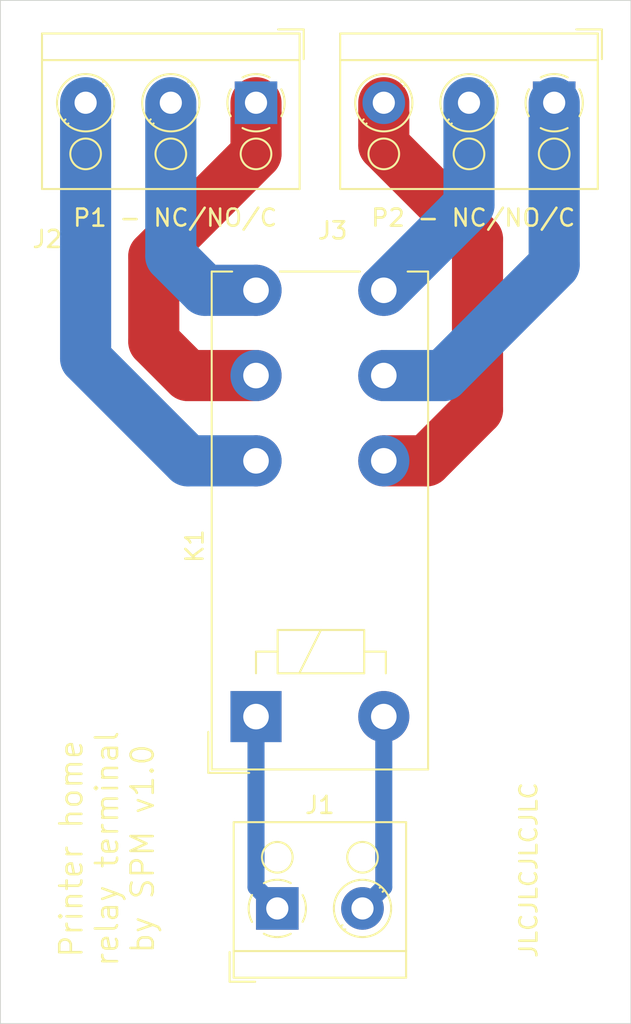
<source format=kicad_pcb>
(kicad_pcb (version 20171130) (host pcbnew 5.1.9)

  (general
    (thickness 1.6)
    (drawings 8)
    (tracks 26)
    (zones 0)
    (modules 4)
    (nets 9)
  )

  (page A4)
  (layers
    (0 F.Cu signal)
    (31 B.Cu signal)
    (32 B.Adhes user)
    (33 F.Adhes user)
    (34 B.Paste user)
    (35 F.Paste user)
    (36 B.SilkS user)
    (37 F.SilkS user)
    (38 B.Mask user)
    (39 F.Mask user)
    (40 Dwgs.User user)
    (41 Cmts.User user)
    (42 Eco1.User user)
    (43 Eco2.User user)
    (44 Edge.Cuts user)
    (45 Margin user)
    (46 B.CrtYd user)
    (47 F.CrtYd user)
    (48 B.Fab user)
    (49 F.Fab user)
  )

  (setup
    (last_trace_width 3)
    (user_trace_width 1)
    (user_trace_width 3)
    (user_trace_width 4)
    (trace_clearance 0.2)
    (zone_clearance 0.508)
    (zone_45_only no)
    (trace_min 0.2)
    (via_size 0.8)
    (via_drill 0.4)
    (via_min_size 0.4)
    (via_min_drill 0.3)
    (uvia_size 0.3)
    (uvia_drill 0.1)
    (uvias_allowed no)
    (uvia_min_size 0.2)
    (uvia_min_drill 0.1)
    (edge_width 0.05)
    (segment_width 0.2)
    (pcb_text_width 0.3)
    (pcb_text_size 1.5 1.5)
    (mod_edge_width 0.12)
    (mod_text_size 1 1)
    (mod_text_width 0.15)
    (pad_size 2.5 2.5)
    (pad_drill 1.5)
    (pad_to_mask_clearance 0)
    (aux_axis_origin 0 0)
    (visible_elements FFFFFF7F)
    (pcbplotparams
      (layerselection 0x010f0_ffffffff)
      (usegerberextensions true)
      (usegerberattributes true)
      (usegerberadvancedattributes true)
      (creategerberjobfile true)
      (excludeedgelayer true)
      (linewidth 0.100000)
      (plotframeref false)
      (viasonmask false)
      (mode 1)
      (useauxorigin false)
      (hpglpennumber 1)
      (hpglpenspeed 20)
      (hpglpendiameter 15.000000)
      (psnegative false)
      (psa4output false)
      (plotreference true)
      (plotvalue true)
      (plotinvisibletext false)
      (padsonsilk false)
      (subtractmaskfromsilk false)
      (outputformat 1)
      (mirror false)
      (drillshape 0)
      (scaleselection 1)
      (outputdirectory "gerber/"))
  )

  (net 0 "")
  (net 1 /Coil2)
  (net 2 /Coil1)
  (net 3 /P1-NC)
  (net 4 /P1-NO)
  (net 5 /P1-Common)
  (net 6 /P2-NC)
  (net 7 /P2-NO)
  (net 8 /P2-Common)

  (net_class Default "This is the default net class."
    (clearance 0.2)
    (trace_width 0.25)
    (via_dia 0.8)
    (via_drill 0.4)
    (uvia_dia 0.3)
    (uvia_drill 0.1)
    (add_net /Coil1)
    (add_net /Coil2)
    (add_net /P1-Common)
    (add_net /P1-NC)
    (add_net /P1-NO)
    (add_net /P2-Common)
    (add_net /P2-NC)
    (add_net /P2-NO)
  )

  (module Relay_THT:Relay_DPDT_Finder_40.52 (layer F.Cu) (tedit 5A5B3E92) (tstamp 60200C56)
    (at 141 74 90)
    (descr "Relay DPDT Finder 40.52, Pitch 5mm/7.5mm, https://www.finder-relais.net/de/finder-relais-serie-40.pdf")
    (tags "Relay DPDT Finder 40.52 Pitch 5mm")
    (path /60C17D7B)
    (fp_text reference K1 (at 10 -3.6 90) (layer F.SilkS)
      (effects (font (size 1 1) (thickness 0.15)))
    )
    (fp_text value FINDER-40.52 (at 12.192 11.43 90) (layer F.Fab)
      (effects (font (size 1 1) (thickness 0.15)))
    )
    (fp_text user %R (at 12.065 3.81 90) (layer F.Fab)
      (effects (font (size 1 1) (thickness 0.15)))
    )
    (fp_line (start -3.3 -0.4) (end -3.3 -2.8) (layer F.SilkS) (width 0.12))
    (fp_line (start -0.9 -2.8) (end -3.3 -2.8) (layer F.SilkS) (width 0.12))
    (fp_line (start -3.1 10.1) (end -3.1 -2.6) (layer F.SilkS) (width 0.12))
    (fp_line (start 26.1 10.1) (end -3.1 10.1) (layer F.SilkS) (width 0.12))
    (fp_line (start 26.1 8.9) (end 26.1 10.1) (layer F.SilkS) (width 0.12))
    (fp_line (start 26.1 1.4) (end 26.1 6.1) (layer F.SilkS) (width 0.12))
    (fp_line (start 26.1 -2.6) (end 26.1 -1.4) (layer F.SilkS) (width 0.12))
    (fp_line (start -3.1 -2.6) (end 26.1 -2.6) (layer F.SilkS) (width 0.12))
    (fp_line (start -2 -2.5) (end -3 -1.4) (layer F.Fab) (width 0.12))
    (fp_line (start 26 -2.5) (end -2 -2.5) (layer F.Fab) (width 0.12))
    (fp_line (start 26 10) (end 26 -2.5) (layer F.Fab) (width 0.12))
    (fp_line (start -3 10) (end 26 10) (layer F.Fab) (width 0.12))
    (fp_line (start -3 -1.4) (end -3 10) (layer F.Fab) (width 0.12))
    (fp_line (start 0 1.8) (end 0 5.8) (layer F.Fab) (width 0.12))
    (fp_line (start 2.54 2.54) (end 5.08 3.81) (layer F.SilkS) (width 0.12))
    (fp_line (start 3.81 6.35) (end 3.81 7.62) (layer F.SilkS) (width 0.12))
    (fp_line (start 3.81 7.62) (end 2.54 7.62) (layer F.SilkS) (width 0.12))
    (fp_line (start 2.54 0) (end 3.81 0) (layer F.SilkS) (width 0.12))
    (fp_line (start 3.81 0) (end 3.81 1.27) (layer F.SilkS) (width 0.12))
    (fp_line (start 3.81 1.27) (end 5.08 1.27) (layer F.SilkS) (width 0.12))
    (fp_line (start 5.08 1.27) (end 5.08 6.35) (layer F.SilkS) (width 0.12))
    (fp_line (start 5.08 6.35) (end 2.54 6.35) (layer F.SilkS) (width 0.12))
    (fp_line (start 2.54 6.35) (end 2.54 1.27) (layer F.SilkS) (width 0.12))
    (fp_line (start 2.54 1.27) (end 3.81 1.27) (layer F.SilkS) (width 0.12))
    (fp_line (start -3.25 -2.75) (end 26.75 -2.75) (layer F.CrtYd) (width 0.05))
    (fp_line (start -3.25 -2.75) (end -3.25 10.25) (layer F.CrtYd) (width 0.05))
    (fp_line (start 26.75 10.25) (end 26.75 -2.75) (layer F.CrtYd) (width 0.05))
    (fp_line (start 26.75 10.25) (end -3.25 10.25) (layer F.CrtYd) (width 0.05))
    (pad 14 thru_hole circle (at 25 0 90) (size 3 3) (drill 1.5) (layers *.Cu *.Mask)
      (net 4 /P1-NO))
    (pad 21 thru_hole circle (at 20 7.5 90) (size 3 3) (drill 1.5) (layers *.Cu *.Mask)
      (net 8 /P2-Common))
    (pad 12 thru_hole circle (at 15 0 90) (size 3 3) (drill 1.5) (layers *.Cu *.Mask)
      (net 3 /P1-NC))
    (pad 22 thru_hole circle (at 15 7.5 90) (size 3 3) (drill 1.5) (layers *.Cu *.Mask)
      (net 6 /P2-NC))
    (pad 24 thru_hole circle (at 25 7.5 90) (size 3 3) (drill 1.5) (layers *.Cu *.Mask)
      (net 7 /P2-NO))
    (pad 11 thru_hole circle (at 20 0 90) (size 3 3) (drill 1.5) (layers *.Cu *.Mask)
      (net 5 /P1-Common))
    (pad A2 thru_hole circle (at 0 7.5 90) (size 3 3) (drill 1.5) (layers *.Cu *.Mask)
      (net 1 /Coil2))
    (pad A1 thru_hole rect (at 0 0 90) (size 3 3) (drill 1.5) (layers *.Cu *.Mask)
      (net 2 /Coil1))
    (model ${KISYS3DMOD}/Relay_THT.3dshapes/Relay_DPDT_Finder_40.52.wrl
      (at (xyz 0 0 0))
      (scale (xyz 1 1 1))
      (rotate (xyz 0 0 0))
    )
  )

  (module TerminalBlock_RND:TerminalBlock_RND_205-00002_1x03_P5.00mm_Horizontal (layer F.Cu) (tedit 5B294F8C) (tstamp 60200C2D)
    (at 158.5 38 180)
    (descr "terminal block RND 205-00002, 3 pins, pitch 5mm, size 15x9mm^2, drill diamater 1.3mm, pad diameter 2.5mm, see http://cdn-reichelt.de/documents/datenblatt/C151/RND_205-00001_DB_EN.pdf, script-generated using https://github.com/pointhi/kicad-footprint-generator/scripts/TerminalBlock_RND")
    (tags "THT terminal block RND 205-00002 pitch 5mm size 15x9mm^2 drill 1.3mm pad 2.5mm")
    (path /60C1E299)
    (fp_text reference J3 (at 13 -7.5) (layer F.SilkS)
      (effects (font (size 1 1) (thickness 0.15)))
    )
    (fp_text value Screw_Terminal_01x03 (at 5 5.06) (layer F.Fab)
      (effects (font (size 1 1) (thickness 0.15)))
    )
    (fp_text user %R (at 5 -6.06) (layer F.Fab)
      (effects (font (size 1 1) (thickness 0.15)))
    )
    (fp_arc (start 0 0) (end -0.789 1.484) (angle -29) (layer F.SilkS) (width 0.12))
    (fp_arc (start 0 0) (end -1.484 -0.789) (angle -56) (layer F.SilkS) (width 0.12))
    (fp_arc (start 0 0) (end 0.789 -1.484) (angle -56) (layer F.SilkS) (width 0.12))
    (fp_arc (start 0 0) (end 1.484 0.789) (angle -56) (layer F.SilkS) (width 0.12))
    (fp_arc (start 0 0) (end 0 1.68) (angle -28) (layer F.SilkS) (width 0.12))
    (fp_circle (center 0 0) (end 1.5 0) (layer F.Fab) (width 0.1))
    (fp_circle (center 0 -3) (end 0.9 -3) (layer F.Fab) (width 0.1))
    (fp_circle (center 0 -3) (end 0.9 -3) (layer F.SilkS) (width 0.12))
    (fp_circle (center 5 0) (end 6.5 0) (layer F.Fab) (width 0.1))
    (fp_circle (center 5 0) (end 6.68 0) (layer F.SilkS) (width 0.12))
    (fp_circle (center 5 -3) (end 5.9 -3) (layer F.Fab) (width 0.1))
    (fp_circle (center 5 -3) (end 5.9 -3) (layer F.SilkS) (width 0.12))
    (fp_circle (center 10 0) (end 11.5 0) (layer F.Fab) (width 0.1))
    (fp_circle (center 10 0) (end 11.68 0) (layer F.SilkS) (width 0.12))
    (fp_circle (center 10 -3) (end 10.9 -3) (layer F.Fab) (width 0.1))
    (fp_circle (center 10 -3) (end 10.9 -3) (layer F.SilkS) (width 0.12))
    (fp_line (start -2.5 -5) (end 12.5 -5) (layer F.Fab) (width 0.1))
    (fp_line (start 12.5 -5) (end 12.5 4) (layer F.Fab) (width 0.1))
    (fp_line (start 12.5 4) (end -1 4) (layer F.Fab) (width 0.1))
    (fp_line (start -1 4) (end -2.5 2.5) (layer F.Fab) (width 0.1))
    (fp_line (start -2.5 2.5) (end -2.5 -5) (layer F.Fab) (width 0.1))
    (fp_line (start -2.5 2.5) (end 12.5 2.5) (layer F.Fab) (width 0.1))
    (fp_line (start -2.56 2.5) (end 12.56 2.5) (layer F.SilkS) (width 0.12))
    (fp_line (start -2.56 -5.06) (end 12.56 -5.06) (layer F.SilkS) (width 0.12))
    (fp_line (start -2.56 4.06) (end 12.56 4.06) (layer F.SilkS) (width 0.12))
    (fp_line (start -2.56 -5.06) (end -2.56 4.06) (layer F.SilkS) (width 0.12))
    (fp_line (start 12.56 -5.06) (end 12.56 4.06) (layer F.SilkS) (width 0.12))
    (fp_line (start 1.138 -0.955) (end -0.955 1.138) (layer F.Fab) (width 0.1))
    (fp_line (start 0.955 -1.138) (end -1.138 0.955) (layer F.Fab) (width 0.1))
    (fp_line (start 6.138 -0.955) (end 4.046 1.138) (layer F.Fab) (width 0.1))
    (fp_line (start 5.955 -1.138) (end 3.863 0.955) (layer F.Fab) (width 0.1))
    (fp_line (start 6.275 -1.069) (end 6.181 -0.976) (layer F.SilkS) (width 0.12))
    (fp_line (start 3.99 1.216) (end 3.931 1.274) (layer F.SilkS) (width 0.12))
    (fp_line (start 6.07 -1.275) (end 6.011 -1.216) (layer F.SilkS) (width 0.12))
    (fp_line (start 3.82 0.976) (end 3.726 1.069) (layer F.SilkS) (width 0.12))
    (fp_line (start 11.138 -0.955) (end 9.046 1.138) (layer F.Fab) (width 0.1))
    (fp_line (start 10.955 -1.138) (end 8.863 0.955) (layer F.Fab) (width 0.1))
    (fp_line (start 11.275 -1.069) (end 11.181 -0.976) (layer F.SilkS) (width 0.12))
    (fp_line (start 8.99 1.216) (end 8.931 1.274) (layer F.SilkS) (width 0.12))
    (fp_line (start 11.07 -1.275) (end 11.011 -1.216) (layer F.SilkS) (width 0.12))
    (fp_line (start 8.82 0.976) (end 8.726 1.069) (layer F.SilkS) (width 0.12))
    (fp_line (start -2.8 2.56) (end -2.8 4.3) (layer F.SilkS) (width 0.12))
    (fp_line (start -2.8 4.3) (end -1.3 4.3) (layer F.SilkS) (width 0.12))
    (fp_line (start -3 -5.5) (end -3 4.5) (layer F.CrtYd) (width 0.05))
    (fp_line (start -3 4.5) (end 13 4.5) (layer F.CrtYd) (width 0.05))
    (fp_line (start 13 4.5) (end 13 -5.5) (layer F.CrtYd) (width 0.05))
    (fp_line (start 13 -5.5) (end -3 -5.5) (layer F.CrtYd) (width 0.05))
    (pad 3 thru_hole circle (at 10 0 180) (size 2.5 2.5) (drill 1.3) (layers *.Cu *.Mask)
      (net 6 /P2-NC))
    (pad 2 thru_hole circle (at 5 0 180) (size 2.5 2.5) (drill 1.3) (layers *.Cu *.Mask)
      (net 7 /P2-NO))
    (pad 1 thru_hole rect (at 0 0 180) (size 2.5 2.5) (drill 1.3) (layers *.Cu *.Mask)
      (net 8 /P2-Common))
    (model ${KISYS3DMOD}/TerminalBlock_RND.3dshapes/TerminalBlock_RND_205-00002_1x03_P5.00mm_Horizontal.wrl
      (at (xyz 0 0 0))
      (scale (xyz 1 1 1))
      (rotate (xyz 0 0 0))
    )
  )

  (module TerminalBlock_RND:TerminalBlock_RND_205-00002_1x03_P5.00mm_Horizontal (layer F.Cu) (tedit 5B294F8C) (tstamp 60200BF6)
    (at 141 38 180)
    (descr "terminal block RND 205-00002, 3 pins, pitch 5mm, size 15x9mm^2, drill diamater 1.3mm, pad diameter 2.5mm, see http://cdn-reichelt.de/documents/datenblatt/C151/RND_205-00001_DB_EN.pdf, script-generated using https://github.com/pointhi/kicad-footprint-generator/scripts/TerminalBlock_RND")
    (tags "THT terminal block RND 205-00002 pitch 5mm size 15x9mm^2 drill 1.3mm pad 2.5mm")
    (path /60C1B05B)
    (fp_text reference J2 (at 12.25 -8) (layer F.SilkS)
      (effects (font (size 1 1) (thickness 0.15)))
    )
    (fp_text value Screw_Terminal_01x03 (at 5 5.06) (layer F.Fab)
      (effects (font (size 1 1) (thickness 0.15)))
    )
    (fp_text user %R (at 5 -6.06) (layer F.Fab)
      (effects (font (size 1 1) (thickness 0.15)))
    )
    (fp_arc (start 0 0) (end -0.789 1.484) (angle -29) (layer F.SilkS) (width 0.12))
    (fp_arc (start 0 0) (end -1.484 -0.789) (angle -56) (layer F.SilkS) (width 0.12))
    (fp_arc (start 0 0) (end 0.789 -1.484) (angle -56) (layer F.SilkS) (width 0.12))
    (fp_arc (start 0 0) (end 1.484 0.789) (angle -56) (layer F.SilkS) (width 0.12))
    (fp_arc (start 0 0) (end 0 1.68) (angle -28) (layer F.SilkS) (width 0.12))
    (fp_circle (center 0 0) (end 1.5 0) (layer F.Fab) (width 0.1))
    (fp_circle (center 0 -3) (end 0.9 -3) (layer F.Fab) (width 0.1))
    (fp_circle (center 0 -3) (end 0.9 -3) (layer F.SilkS) (width 0.12))
    (fp_circle (center 5 0) (end 6.5 0) (layer F.Fab) (width 0.1))
    (fp_circle (center 5 0) (end 6.68 0) (layer F.SilkS) (width 0.12))
    (fp_circle (center 5 -3) (end 5.9 -3) (layer F.Fab) (width 0.1))
    (fp_circle (center 5 -3) (end 5.9 -3) (layer F.SilkS) (width 0.12))
    (fp_circle (center 10 0) (end 11.5 0) (layer F.Fab) (width 0.1))
    (fp_circle (center 10 0) (end 11.68 0) (layer F.SilkS) (width 0.12))
    (fp_circle (center 10 -3) (end 10.9 -3) (layer F.Fab) (width 0.1))
    (fp_circle (center 10 -3) (end 10.9 -3) (layer F.SilkS) (width 0.12))
    (fp_line (start -2.5 -5) (end 12.5 -5) (layer F.Fab) (width 0.1))
    (fp_line (start 12.5 -5) (end 12.5 4) (layer F.Fab) (width 0.1))
    (fp_line (start 12.5 4) (end -1 4) (layer F.Fab) (width 0.1))
    (fp_line (start -1 4) (end -2.5 2.5) (layer F.Fab) (width 0.1))
    (fp_line (start -2.5 2.5) (end -2.5 -5) (layer F.Fab) (width 0.1))
    (fp_line (start -2.5 2.5) (end 12.5 2.5) (layer F.Fab) (width 0.1))
    (fp_line (start -2.56 2.5) (end 12.56 2.5) (layer F.SilkS) (width 0.12))
    (fp_line (start -2.56 -5.06) (end 12.56 -5.06) (layer F.SilkS) (width 0.12))
    (fp_line (start -2.56 4.06) (end 12.56 4.06) (layer F.SilkS) (width 0.12))
    (fp_line (start -2.56 -5.06) (end -2.56 4.06) (layer F.SilkS) (width 0.12))
    (fp_line (start 12.56 -5.06) (end 12.56 4.06) (layer F.SilkS) (width 0.12))
    (fp_line (start 1.138 -0.955) (end -0.955 1.138) (layer F.Fab) (width 0.1))
    (fp_line (start 0.955 -1.138) (end -1.138 0.955) (layer F.Fab) (width 0.1))
    (fp_line (start 6.138 -0.955) (end 4.046 1.138) (layer F.Fab) (width 0.1))
    (fp_line (start 5.955 -1.138) (end 3.863 0.955) (layer F.Fab) (width 0.1))
    (fp_line (start 6.275 -1.069) (end 6.181 -0.976) (layer F.SilkS) (width 0.12))
    (fp_line (start 3.99 1.216) (end 3.931 1.274) (layer F.SilkS) (width 0.12))
    (fp_line (start 6.07 -1.275) (end 6.011 -1.216) (layer F.SilkS) (width 0.12))
    (fp_line (start 3.82 0.976) (end 3.726 1.069) (layer F.SilkS) (width 0.12))
    (fp_line (start 11.138 -0.955) (end 9.046 1.138) (layer F.Fab) (width 0.1))
    (fp_line (start 10.955 -1.138) (end 8.863 0.955) (layer F.Fab) (width 0.1))
    (fp_line (start 11.275 -1.069) (end 11.181 -0.976) (layer F.SilkS) (width 0.12))
    (fp_line (start 8.99 1.216) (end 8.931 1.274) (layer F.SilkS) (width 0.12))
    (fp_line (start 11.07 -1.275) (end 11.011 -1.216) (layer F.SilkS) (width 0.12))
    (fp_line (start 8.82 0.976) (end 8.726 1.069) (layer F.SilkS) (width 0.12))
    (fp_line (start -2.8 2.56) (end -2.8 4.3) (layer F.SilkS) (width 0.12))
    (fp_line (start -2.8 4.3) (end -1.3 4.3) (layer F.SilkS) (width 0.12))
    (fp_line (start -3 -5.5) (end -3 4.5) (layer F.CrtYd) (width 0.05))
    (fp_line (start -3 4.5) (end 13 4.5) (layer F.CrtYd) (width 0.05))
    (fp_line (start 13 4.5) (end 13 -5.5) (layer F.CrtYd) (width 0.05))
    (fp_line (start 13 -5.5) (end -3 -5.5) (layer F.CrtYd) (width 0.05))
    (pad 3 thru_hole circle (at 10 0 180) (size 2.5 2.5) (drill 1.3) (layers *.Cu *.Mask)
      (net 3 /P1-NC))
    (pad 2 thru_hole circle (at 5 0 180) (size 2.5 2.5) (drill 1.3) (layers *.Cu *.Mask)
      (net 4 /P1-NO))
    (pad 1 thru_hole rect (at 0 0 180) (size 2.5 2.5) (drill 1.3) (layers *.Cu *.Mask)
      (net 5 /P1-Common))
    (model ${KISYS3DMOD}/TerminalBlock_RND.3dshapes/TerminalBlock_RND_205-00002_1x03_P5.00mm_Horizontal.wrl
      (at (xyz 0 0 0))
      (scale (xyz 1 1 1))
      (rotate (xyz 0 0 0))
    )
  )

  (module TerminalBlock_RND:TerminalBlock_RND_205-00001_1x02_P5.00mm_Horizontal (layer F.Cu) (tedit 5B294F8C) (tstamp 60200BBF)
    (at 142.25 85.25)
    (descr "terminal block RND 205-00001, 2 pins, pitch 5mm, size 10x9mm^2, drill diamater 1.3mm, pad diameter 2.5mm, see http://cdn-reichelt.de/documents/datenblatt/C151/RND_205-00001_DB_EN.pdf, script-generated using https://github.com/pointhi/kicad-footprint-generator/scripts/TerminalBlock_RND")
    (tags "THT terminal block RND 205-00001 pitch 5mm size 10x9mm^2 drill 1.3mm pad 2.5mm")
    (path /60C19306)
    (fp_text reference J1 (at 2.5 -6.06) (layer F.SilkS)
      (effects (font (size 1 1) (thickness 0.15)))
    )
    (fp_text value Screw_Terminal_01x02 (at 2.5 5.06) (layer F.Fab)
      (effects (font (size 1 1) (thickness 0.15)))
    )
    (fp_text user %R (at 2.5 -6.06) (layer F.Fab)
      (effects (font (size 1 1) (thickness 0.15)))
    )
    (fp_arc (start 0 0) (end -0.789 1.484) (angle -29) (layer F.SilkS) (width 0.12))
    (fp_arc (start 0 0) (end -1.484 -0.789) (angle -56) (layer F.SilkS) (width 0.12))
    (fp_arc (start 0 0) (end 0.789 -1.484) (angle -56) (layer F.SilkS) (width 0.12))
    (fp_arc (start 0 0) (end 1.484 0.789) (angle -56) (layer F.SilkS) (width 0.12))
    (fp_arc (start 0 0) (end 0 1.68) (angle -28) (layer F.SilkS) (width 0.12))
    (fp_circle (center 0 0) (end 1.5 0) (layer F.Fab) (width 0.1))
    (fp_circle (center 0 -3) (end 0.9 -3) (layer F.Fab) (width 0.1))
    (fp_circle (center 0 -3) (end 0.9 -3) (layer F.SilkS) (width 0.12))
    (fp_circle (center 5 0) (end 6.5 0) (layer F.Fab) (width 0.1))
    (fp_circle (center 5 0) (end 6.68 0) (layer F.SilkS) (width 0.12))
    (fp_circle (center 5 -3) (end 5.9 -3) (layer F.Fab) (width 0.1))
    (fp_circle (center 5 -3) (end 5.9 -3) (layer F.SilkS) (width 0.12))
    (fp_line (start -2.5 -5) (end 7.5 -5) (layer F.Fab) (width 0.1))
    (fp_line (start 7.5 -5) (end 7.5 4) (layer F.Fab) (width 0.1))
    (fp_line (start 7.5 4) (end -1 4) (layer F.Fab) (width 0.1))
    (fp_line (start -1 4) (end -2.5 2.5) (layer F.Fab) (width 0.1))
    (fp_line (start -2.5 2.5) (end -2.5 -5) (layer F.Fab) (width 0.1))
    (fp_line (start -2.5 2.5) (end 7.5 2.5) (layer F.Fab) (width 0.1))
    (fp_line (start -2.56 2.5) (end 7.56 2.5) (layer F.SilkS) (width 0.12))
    (fp_line (start -2.56 -5.06) (end 7.56 -5.06) (layer F.SilkS) (width 0.12))
    (fp_line (start -2.56 4.06) (end 7.56 4.06) (layer F.SilkS) (width 0.12))
    (fp_line (start -2.56 -5.06) (end -2.56 4.06) (layer F.SilkS) (width 0.12))
    (fp_line (start 7.56 -5.06) (end 7.56 4.06) (layer F.SilkS) (width 0.12))
    (fp_line (start 1.138 -0.955) (end -0.955 1.138) (layer F.Fab) (width 0.1))
    (fp_line (start 0.955 -1.138) (end -1.138 0.955) (layer F.Fab) (width 0.1))
    (fp_line (start 6.138 -0.955) (end 4.046 1.138) (layer F.Fab) (width 0.1))
    (fp_line (start 5.955 -1.138) (end 3.863 0.955) (layer F.Fab) (width 0.1))
    (fp_line (start 6.275 -1.069) (end 6.181 -0.976) (layer F.SilkS) (width 0.12))
    (fp_line (start 3.99 1.216) (end 3.931 1.274) (layer F.SilkS) (width 0.12))
    (fp_line (start 6.07 -1.275) (end 6.011 -1.216) (layer F.SilkS) (width 0.12))
    (fp_line (start 3.82 0.976) (end 3.726 1.069) (layer F.SilkS) (width 0.12))
    (fp_line (start -2.8 2.56) (end -2.8 4.3) (layer F.SilkS) (width 0.12))
    (fp_line (start -2.8 4.3) (end -1.3 4.3) (layer F.SilkS) (width 0.12))
    (fp_line (start -3 -5.5) (end -3 4.5) (layer F.CrtYd) (width 0.05))
    (fp_line (start -3 4.5) (end 8 4.5) (layer F.CrtYd) (width 0.05))
    (fp_line (start 8 4.5) (end 8 -5.5) (layer F.CrtYd) (width 0.05))
    (fp_line (start 8 -5.5) (end -3 -5.5) (layer F.CrtYd) (width 0.05))
    (pad 2 thru_hole circle (at 5 0) (size 2.5 2.5) (drill 1.3) (layers *.Cu *.Mask)
      (net 1 /Coil2))
    (pad 1 thru_hole rect (at 0 0) (size 2.5 2.5) (drill 1.3) (layers *.Cu *.Mask)
      (net 2 /Coil1))
    (model ${KISYS3DMOD}/TerminalBlock_RND.3dshapes/TerminalBlock_RND_205-00001_1x02_P5.00mm_Horizontal.wrl
      (at (xyz 0 0 0))
      (scale (xyz 1 1 1))
      (rotate (xyz 0 0 0))
    )
  )

  (gr_text JLCJLCJLCJLC (at 157 83 90) (layer F.SilkS)
    (effects (font (size 1 1) (thickness 0.15)))
  )
  (gr_line (start 126 92) (end 126 32) (layer Edge.Cuts) (width 0.05) (tstamp 60201A6E))
  (gr_line (start 163 92) (end 126 92) (layer Edge.Cuts) (width 0.05))
  (gr_line (start 163 32) (end 163 92) (layer Edge.Cuts) (width 0.05))
  (gr_line (start 126 32) (end 163 32) (layer Edge.Cuts) (width 0.05))
  (gr_text "Printer home\nrelay terminal\nby SPM v1.0" (at 132.25 81.75 90) (layer F.SilkS)
    (effects (font (size 1.3 1.3) (thickness 0.15)))
  )
  (gr_text "P2 - NC/NO/C" (at 153.75 44.75) (layer F.SilkS) (tstamp 60201956)
    (effects (font (size 1 1) (thickness 0.15)))
  )
  (gr_text "P1 - NC/NO/C" (at 136.25 44.75) (layer F.SilkS)
    (effects (font (size 1 1) (thickness 0.15)))
  )

  (segment (start 148.499999 84.000001) (end 147.25 85.25) (width 1) (layer B.Cu) (net 1))
  (segment (start 148.5 74) (end 148.499999 84.000001) (width 1) (layer B.Cu) (net 1))
  (segment (start 141 84) (end 142.25 85.25) (width 1) (layer B.Cu) (net 2))
  (segment (start 141 74) (end 141 84) (width 1) (layer B.Cu) (net 2))
  (segment (start 141 59) (end 137 59) (width 3) (layer B.Cu) (net 3))
  (segment (start 131 53) (end 131 38) (width 3) (layer B.Cu) (net 3))
  (segment (start 137 59) (end 131 53) (width 3) (layer B.Cu) (net 3))
  (segment (start 136 38) (end 136 47) (width 3) (layer B.Cu) (net 4))
  (segment (start 138 49) (end 141 49) (width 3) (layer B.Cu) (net 4))
  (segment (start 136 47) (end 138 49) (width 3) (layer B.Cu) (net 4))
  (segment (start 141 54) (end 137 54) (width 3) (layer F.Cu) (net 5))
  (segment (start 137 54) (end 135 52) (width 3) (layer F.Cu) (net 5))
  (segment (start 135 52) (end 135 47) (width 3) (layer F.Cu) (net 5))
  (segment (start 141 41) (end 141 38) (width 3) (layer F.Cu) (net 5))
  (segment (start 135 47) (end 141 41) (width 3) (layer F.Cu) (net 5))
  (segment (start 148.5 59) (end 151 59) (width 3) (layer F.Cu) (net 6))
  (segment (start 151 59) (end 154 56) (width 3) (layer F.Cu) (net 6))
  (segment (start 154 56) (end 154 46) (width 3) (layer F.Cu) (net 6))
  (segment (start 148.5 40.5) (end 148.5 38) (width 3) (layer F.Cu) (net 6))
  (segment (start 154 46) (end 148.5 40.5) (width 3) (layer F.Cu) (net 6))
  (segment (start 148.5 49) (end 153 44.5) (width 3) (layer B.Cu) (net 7))
  (segment (start 153.5 44) (end 153 44.5) (width 3) (layer B.Cu) (net 7))
  (segment (start 153.5 38) (end 153.5 44) (width 3) (layer B.Cu) (net 7))
  (segment (start 152 54) (end 158.5 47.5) (width 3) (layer B.Cu) (net 8))
  (segment (start 148.5 54) (end 152 54) (width 3) (layer B.Cu) (net 8))
  (segment (start 158.5 38) (end 158.5 47.5) (width 3) (layer B.Cu) (net 8))

)

</source>
